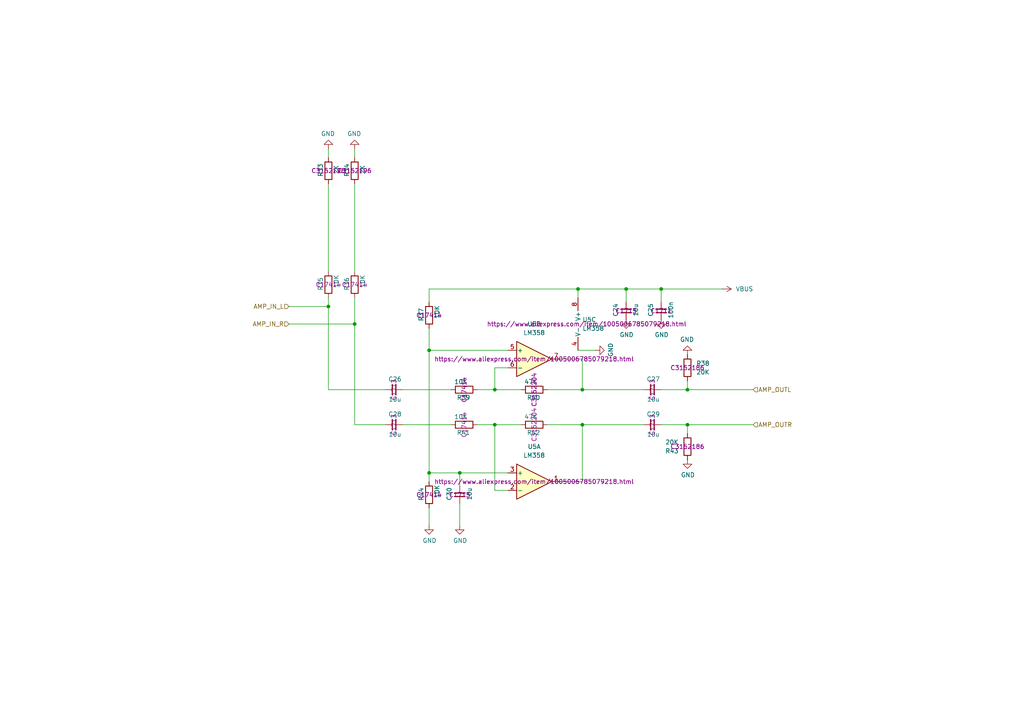
<source format=kicad_sch>
(kicad_sch (version 20250114) (generator "eeschema") (generator_version "9.0")
  (paper "A4")
  (title_block (title "${NAME}") (date "2025-04-24") (rev "${VERSION}") (company "Mikhail Matveev") (comment 1 "https://github.com/xtremespb/frank"))
  (lib_symbols
    (symbol "Amplifier_Operational:LM358" (pin_names (offset 0.127))
      (property "Reference" "U" (at 0 5.08 0))
      (property "Value" "LM358" (at 0 -5.08 0))
      (symbol "LM358_1_1"
        (polyline (pts (xy -5.08 5.08) (xy 5.08 0) (xy -5.08 -5.08) (xy -5.08 5.08)) (stroke (width 0.254)) (fill (type background)))
        (pin input line (at -7.62 2.54 0) (length 2.54) (name "+") (number "3"))
        (pin input line (at -7.62 -2.54 0) (length 2.54) (name "-") (number "2"))
        (pin output line (at 7.62 0 180) (length 2.54) (name "~") (number "1"))
      )
      (symbol "LM358_2_1"
        (polyline (pts (xy -5.08 5.08) (xy 5.08 0) (xy -5.08 -5.08) (xy -5.08 5.08)) (stroke (width 0.254)) (fill (type background)))
        (pin input line (at -7.62 2.54 0) (length 2.54) (name "+") (number "5"))
        (pin input line (at -7.62 -2.54 0) (length 2.54) (name "-") (number "6"))
        (pin output line (at 7.62 0 180) (length 2.54) (name "~") (number "7"))
      )
      (symbol "LM358_3_1"
        (pin power_in line (at -2.54 7.62 270) (length 3.81) (name "V+") (number "8"))
        (pin power_in line (at -2.54 -7.62 90) (length 3.81) (name "V-") (number "4"))
      )
    )
    (symbol "Device:C_Small" (pin_numbers (hide yes)) (pin_names (offset 0.254) (hide yes))
      (property "Reference" "C" (at 0.254 1.778 0))
      (property "Value" "C_Small" (at 0.254 -2.032 0))
      (symbol "C_Small_0_1"
        (polyline (pts (xy -1.524 0.508) (xy 1.524 0.508)) (stroke (width 0.3048)))
        (polyline (pts (xy -1.524 -0.508) (xy 1.524 -0.508)) (stroke (width 0.3302)))
      )
      (symbol "C_Small_1_1"
        (pin passive line (at 0 2.54 270) (length 2.032) (name "~") (number "1"))
        (pin passive line (at 0 -2.54 90) (length 2.032) (name "~") (number "2"))
      )
    )
    (symbol "Device:R" (pin_numbers (hide yes)) (pin_names (offset 0))
      (property "Reference" "R" (at 2.032 0 90))
      (property "Value" "R" (at 0 0 90))
      (symbol "R_0_1"
        (rectangle (start -1.016 -2.54) (end 1.016 2.54) (stroke (width 0.254)))
      )
      (symbol "R_1_1"
        (pin passive line (at 0 3.81 270) (length 1.27) (name "~") (number "1"))
        (pin passive line (at 0 -3.81 90) (length 1.27) (name "~") (number "2"))
      )
    )
    (symbol "GND_1" (power) (pin_numbers (hide yes)) (pin_names (offset 0) (hide yes))
      (property "Value" "GND" (at 0 -3.81 0))
      (symbol "GND_1_0_1"
        (polyline (pts (xy 0 0) (xy 0 -1.27) (xy 1.27 -1.27) (xy 0 -2.54) (xy -1.27 -1.27) (xy 0 -1.27)))
      )
      (symbol "GND_1_1_1"
        (pin power_in line (at 0 0 270) (length 0) (name "~") (number "1"))
      )
    )
    (symbol "power:VBUS" (power) (pin_numbers (hide yes)) (pin_names (offset 0) (hide yes))
      (property "Value" "VBUS" (at 0 3.556 0))
      (symbol "VBUS_0_1"
        (polyline (pts (xy -0.762 1.27) (xy 0 2.54)))
        (polyline (pts (xy 0 2.54) (xy 0.762 1.27)))
        (polyline (pts (xy 0 0) (xy 0 2.54)))
      )
      (symbol "VBUS_1_1"
        (pin power_in line (at 0 0 90) (length 0) (name "~") (number "1"))
      )
    )
  )
  (junction (at 168.91 123.19))
  (junction (at 181.61 83.82))
  (junction (at 167.64 83.82))
  (junction (at 143.51 123.19))
  (junction (at 199.39 123.19))
  (junction (at 95.25 88.9))
  (junction (at 191.77 83.82))
  (junction (at 124.46 137.16))
  (junction (at 143.51 113.03))
  (junction (at 102.87 93.98))
  (junction (at 133.35 137.16))
  (junction (at 124.46 101.6))
  (junction (at 199.39 113.03))
  (junction (at 168.91 113.03))
  (wire (pts (xy 147.32 142.24) (xy 143.51 142.24)))
  (wire (pts (xy 102.87 123.19) (xy 111.76 123.19)))
  (wire (pts (xy 95.25 86.36) (xy 95.25 88.9)))
  (wire (pts (xy 167.64 83.82) (xy 181.61 83.82)))
  (wire (pts (xy 199.39 123.19) (xy 218.44 123.19)))
  (wire (pts (xy 143.51 106.68) (xy 143.51 113.03)))
  (wire (pts (xy 199.39 113.03) (xy 218.44 113.03)))
  (wire (pts (xy 138.43 113.03) (xy 143.51 113.03)))
  (wire (pts (xy 102.87 93.98) (xy 102.87 123.19)))
  (wire (pts (xy 158.75 123.19) (xy 168.91 123.19)))
  (wire (pts (xy 191.77 113.03) (xy 199.39 113.03)))
  (wire (pts (xy 138.43 123.19) (xy 143.51 123.19)))
  (wire (pts (xy 168.91 104.14) (xy 168.91 113.03)))
  (wire (pts (xy 83.82 88.9) (xy 95.25 88.9)))
  (wire (pts (xy 181.61 83.82) (xy 181.61 87.63)))
  (wire (pts (xy 102.87 43.18) (xy 102.87 45.72)))
  (wire (pts (xy 191.77 83.82) (xy 209.55 83.82)))
  (wire (pts (xy 167.64 101.6) (xy 172.72 101.6)))
  (wire (pts (xy 133.35 152.4) (xy 133.35 146.05)))
  (wire (pts (xy 124.46 83.82) (xy 167.64 83.82)))
  (wire (pts (xy 116.84 113.03) (xy 130.81 113.03)))
  (wire (pts (xy 124.46 101.6) (xy 124.46 137.16)))
  (wire (pts (xy 168.91 113.03) (xy 186.69 113.03)))
  (wire (pts (xy 181.61 83.82) (xy 191.77 83.82)))
  (wire (pts (xy 168.91 123.19) (xy 186.69 123.19)))
  (wire (pts (xy 143.51 113.03) (xy 151.13 113.03)))
  (wire (pts (xy 95.25 113.03) (xy 111.76 113.03)))
  (wire (pts (xy 116.84 123.19) (xy 130.81 123.19)))
  (wire (pts (xy 143.51 123.19) (xy 151.13 123.19)))
  (wire (pts (xy 124.46 87.63) (xy 124.46 83.82)))
  (wire (pts (xy 191.77 83.82) (xy 191.77 87.63)))
  (wire (pts (xy 133.35 137.16) (xy 133.35 140.97)))
  (wire (pts (xy 124.46 101.6) (xy 147.32 101.6)))
  (wire (pts (xy 162.56 104.14) (xy 168.91 104.14)))
  (wire (pts (xy 199.39 125.73) (xy 199.39 123.19)))
  (wire (pts (xy 95.25 88.9) (xy 95.25 113.03)))
  (wire (pts (xy 143.51 142.24) (xy 143.51 123.19)))
  (wire (pts (xy 167.64 83.82) (xy 167.64 86.36)))
  (wire (pts (xy 124.46 137.16) (xy 133.35 137.16)))
  (wire (pts (xy 158.75 113.03) (xy 168.91 113.03)))
  (wire (pts (xy 102.87 53.34) (xy 102.87 78.74)))
  (wire (pts (xy 124.46 137.16) (xy 124.46 139.7)))
  (wire (pts (xy 124.46 95.25) (xy 124.46 101.6)))
  (wire (pts (xy 168.91 123.19) (xy 168.91 139.7)))
  (wire (pts (xy 102.87 86.36) (xy 102.87 93.98)))
  (wire (pts (xy 95.25 43.18) (xy 95.25 45.72)))
  (wire (pts (xy 191.77 123.19) (xy 199.39 123.19)))
  (wire (pts (xy 83.82 93.98) (xy 102.87 93.98)))
  (wire (pts (xy 162.56 139.7) (xy 168.91 139.7)))
  (wire (pts (xy 133.35 137.16) (xy 147.32 137.16)))
  (wire (pts (xy 199.39 110.49) (xy 199.39 113.03)))
  (wire (pts (xy 124.46 152.4) (xy 124.46 147.32)))
  (wire (pts (xy 95.25 53.34) (xy 95.25 78.74)))
  (wire (pts (xy 143.51 106.68) (xy 147.32 106.68)))
  (hierarchical_label "AMP_IN_L" (shape input) (at 83.82 88.9 180))
  (hierarchical_label "AMP_OUTR" (shape input) (at 218.44 123.19 0))
  (hierarchical_label "AMP_IN_R" (shape input) (at 83.82 93.98 180))
  (hierarchical_label "AMP_OUTL" (shape input) (at 218.44 113.03 0))
  (symbol (lib_id "Device:R") (at 199.39 129.54 180) (unit 1)
    (property "Reference" "R43" (at 196.85 130.8101 0) (effects (justify left)))
    (property "Value" "20K" (at 196.85 128.2701 0) (effects (justify left)))
    (property "Footprint" "FRANK:Resistor (0805)" (effects (hide yes)))
    (property "Datasheet" "https://www.vishay.com/docs/28952/mcs0402at-mct0603at-mcu0805at-mca1206at.pdf" (effects (hide yes)))
    (property "AliExpress" "https://www.aliexpress.com/item/1005005945735199.html" (effects (hide yes)))
    (property "LCSC" "C3152186" (at 199.39 129.54 0))
  )
  (symbol (lib_id "Device:C_Small") (at 189.23 113.03 90) (unit 1)
    (property "Reference" "C27" (at 189.484 109.982 90))
    (property "Value" "10u" (at 189.484 115.824 90))
    (property "Footprint" "FRANK:Capacitor (0805)" (effects (hide yes)))
    (property "Datasheet" "https://eu.mouser.com/datasheet/2/40/KGM_X7R-3223212.pdf" (effects (hide yes)))
    (property "Description" "Unpolarized capacitor, small symbol" (effects (hide yes)))
    (property "AliExpress" "https://www.aliexpress.com/item/33008008276.html" (effects (hide yes)))
    (property "LCSC" "C1713" (at 189.23 113.03 0))
  )
  (symbol (lib_name "GND_1") (lib_id "power:GND") (at 172.72 101.6 90) (unit 1)
    (property "Reference" "#PWR0104" (effects (hide yes)))
    (property "Value" "GND" (at 177.1142 101.473 0))
    (property "Description" "Power symbol creates a global label with name \"GND\" , ground" (effects (hide yes)))
  )
  (symbol (lib_name "GND_1") (lib_id "power:GND") (at 124.46 152.4 0) (unit 1)
    (property "Reference" "#PWR070" (effects (hide yes)))
    (property "Value" "GND" (at 124.587 156.7942 0))
    (property "Description" "Power symbol creates a global label with name \"GND\" , ground" (effects (hide yes)))
  )
  (symbol (lib_id "Device:R") (at 102.87 82.55 180) (unit 1)
    (property "Reference" "R36" (at 100.584 84.328 90) (effects (justify right)))
    (property "Value" "10K" (at 105.156 83.566 90) (effects (justify right)))
    (property "Footprint" "FRANK:Resistor (0805)" (effects (hide yes)))
    (property "Datasheet" "https://www.vishay.com/docs/28952/mcs0402at-mct0603at-mcu0805at-mca1206at.pdf" (effects (hide yes)))
    (property "AliExpress" "https://www.aliexpress.com/item/1005005945735199.html" (effects (hide yes)))
    (property "LCSC" "C17414" (at 102.87 82.55 0))
  )
  (symbol (lib_name "GND_1") (lib_id "power:GND") (at 95.25 43.18 180) (unit 1)
    (property "Reference" "#PWR062" (effects (hide yes)))
    (property "Value" "GND" (at 95.123 38.7858 0))
    (property "Description" "Power symbol creates a global label with name \"GND\" , ground" (effects (hide yes)))
  )
  (symbol (lib_name "GND_1") (lib_id "power:GND") (at 102.87 43.18 180) (unit 1)
    (property "Reference" "#PWR0105" (effects (hide yes)))
    (property "Value" "GND" (at 102.743 38.7858 0))
    (property "Description" "Power symbol creates a global label with name \"GND\" , ground" (effects (hide yes)))
  )
  (symbol (lib_id "Device:R") (at 134.62 113.03 270) (unit 1)
    (property "Reference" "R39" (at 136.398 115.316 90) (effects (justify right)))
    (property "Value" "10K" (at 135.636 110.744 90) (effects (justify right)))
    (property "Footprint" "FRANK:Resistor (0805)" (effects (hide yes)))
    (property "Datasheet" "https://www.vishay.com/docs/28952/mcs0402at-mct0603at-mcu0805at-mca1206at.pdf" (effects (hide yes)))
    (property "AliExpress" "https://www.aliexpress.com/item/1005005945735199.html" (effects (hide yes)))
    (property "LCSC" "C17414" (at 134.62 113.03 0))
  )
  (symbol (lib_id "Device:R") (at 95.25 49.53 180) (unit 1)
    (property "Reference" "R33" (at 92.964 51.308 90) (effects (justify right)))
    (property "Value" "2K" (at 97.536 50.546 90) (effects (justify right)))
    (property "Footprint" "FRANK:Resistor (0805)" (effects (hide yes)))
    (property "Datasheet" "https://www.vishay.com/docs/28952/mcs0402at-mct0603at-mcu0805at-mca1206at.pdf" (effects (hide yes)))
    (property "AliExpress" "https://www.aliexpress.com/item/1005005945735199.html" (effects (hide yes)))
    (property "LCSC" "C3152196" (at 95.25 49.53 0))
  )
  (symbol (lib_id "Device:R") (at 154.94 113.03 270) (unit 1)
    (property "Reference" "R40" (at 156.718 115.316 90) (effects (justify right)))
    (property "Value" "47K" (at 155.956 110.744 90) (effects (justify right)))
    (property "Footprint" "FRANK:Resistor (0805)" (effects (hide yes)))
    (property "Datasheet" "https://www.vishay.com/docs/28952/mcs0402at-mct0603at-mcu0805at-mca1206at.pdf" (effects (hide yes)))
    (property "AliExpress" "https://www.aliexpress.com/item/1005005945735199.html" (effects (hide yes)))
    (property "LCSC" "C3152204" (at 154.94 113.03 0))
  )
  (symbol (lib_id "Amplifier_Operational:LM358") (at 170.18 93.98 0) (unit 3)
    (property "Reference" "U5" (at 168.91 92.7099 0) (effects (justify left)))
    (property "Value" "LM358" (at 168.91 95.2499 0) (effects (justify left)))
    (property "Footprint" "FRANK:SO-8" (effects (hide yes)))
    (property "Datasheet" "http://www.ti.com/lit/ds/symlink/lm2904-n.pdf" (effects (hide yes)))
    (property "Description" "Low-Power, Dual Operational Amplifiers, DIP-8/SOIC-8/TO-99-8" (effects (hide yes)))
    (property "AliExpress" "https://www.aliexpress.com/item/1005006785079218.html" (at 170.18 93.98 0))
  )
  (symbol (lib_id "Device:C_Small") (at 114.3 123.19 90) (unit 1)
    (property "Reference" "C28" (at 114.554 120.142 90))
    (property "Value" "10u" (at 114.554 125.984 90))
    (property "Footprint" "FRANK:Capacitor (0805)" (effects (hide yes)))
    (property "Datasheet" "https://eu.mouser.com/datasheet/2/40/KGM_X7R-3223212.pdf" (effects (hide yes)))
    (property "Description" "Unpolarized capacitor, small symbol" (effects (hide yes)))
    (property "AliExpress" "https://www.aliexpress.com/item/33008008276.html" (effects (hide yes)))
    (property "LCSC" "C1713" (at 114.3 123.19 0))
  )
  (symbol (lib_id "Amplifier_Operational:LM358") (at 154.94 104.14 0) (unit 2)
    (property "Reference" "U5" (at 154.94 93.98 0))
    (property "Value" "LM358" (at 154.94 96.52 0))
    (property "Footprint" "FRANK:SO-8" (effects (hide yes)))
    (property "Datasheet" "http://www.ti.com/lit/ds/symlink/lm2904-n.pdf" (effects (hide yes)))
    (property "Description" "Low-Power, Dual Operational Amplifiers, DIP-8/SOIC-8/TO-99-8" (effects (hide yes)))
    (property "AliExpress" "https://www.aliexpress.com/item/1005006785079218.html" (at 154.94 104.14 0))
  )
  (symbol (lib_id "Device:C_Small") (at 189.23 123.19 90) (unit 1)
    (property "Reference" "C29" (at 189.484 120.142 90))
    (property "Value" "10u" (at 189.484 125.984 90))
    (property "Footprint" "FRANK:Capacitor (0805)" (effects (hide yes)))
    (property "Datasheet" "https://eu.mouser.com/datasheet/2/40/KGM_X7R-3223212.pdf" (effects (hide yes)))
    (property "Description" "Unpolarized capacitor, small symbol" (effects (hide yes)))
    (property "AliExpress" "https://www.aliexpress.com/item/33008008276.html" (effects (hide yes)))
    (property "LCSC" "C1713" (at 189.23 123.19 0))
  )
  (symbol (lib_id "Device:C_Small") (at 133.35 143.51 180) (unit 1)
    (property "Reference" "C30" (at 130.302 143.256 90))
    (property "Value" "10u" (at 136.144 143.256 90))
    (property "Footprint" "FRANK:Capacitor (0805)" (effects (hide yes)))
    (property "Datasheet" "https://eu.mouser.com/datasheet/2/40/KGM_X7R-3223212.pdf" (effects (hide yes)))
    (property "Description" "Unpolarized capacitor, small symbol" (effects (hide yes)))
    (property "AliExpress" "https://www.aliexpress.com/item/33008008276.html" (effects (hide yes)))
    (property "LCSC" "C1713" (at 133.35 143.51 0))
  )
  (symbol (lib_name "GND_1") (lib_id "power:GND") (at 199.39 133.35 0) (unit 1)
    (property "Reference" "#PWR069" (effects (hide yes)))
    (property "Value" "GND" (at 199.517 137.7442 0))
    (property "Description" "Power symbol creates a global label with name \"GND\" , ground" (effects (hide yes)))
  )
  (symbol (lib_id "Device:R") (at 124.46 143.51 180) (unit 1)
    (property "Reference" "R44" (at 122.174 145.288 90) (effects (justify right)))
    (property "Value" "10K" (at 126.746 144.526 90) (effects (justify right)))
    (property "Footprint" "FRANK:Resistor (0805)" (effects (hide yes)))
    (property "Datasheet" "https://www.vishay.com/docs/28952/mcs0402at-mct0603at-mcu0805at-mca1206at.pdf" (effects (hide yes)))
    (property "AliExpress" "https://www.aliexpress.com/item/1005005945735199.html" (effects (hide yes)))
    (property "LCSC" "C17414" (at 124.46 143.51 0))
  )
  (symbol (lib_name "GND_1") (lib_id "power:GND") (at 199.39 102.87 180) (unit 1)
    (property "Reference" "#PWR068" (effects (hide yes)))
    (property "Value" "GND" (at 199.263 98.4758 0))
    (property "Description" "Power symbol creates a global label with name \"GND\" , ground" (effects (hide yes)))
  )
  (symbol (lib_id "Device:R") (at 154.94 123.19 270) (unit 1)
    (property "Reference" "R42" (at 156.718 125.476 90) (effects (justify right)))
    (property "Value" "47K" (at 155.956 120.904 90) (effects (justify right)))
    (property "Footprint" "FRANK:Resistor (0805)" (effects (hide yes)))
    (property "Datasheet" "https://www.vishay.com/docs/28952/mcs0402at-mct0603at-mcu0805at-mca1206at.pdf" (effects (hide yes)))
    (property "AliExpress" "https://www.aliexpress.com/item/1005005945735199.html" (effects (hide yes)))
    (property "LCSC" "C3152204" (at 154.94 123.19 0))
  )
  (symbol (lib_name "GND_1") (lib_id "power:GND") (at 133.35 152.4 0) (unit 1)
    (property "Reference" "#PWR071" (effects (hide yes)))
    (property "Value" "GND" (at 133.477 156.7942 0))
    (property "Description" "Power symbol creates a global label with name \"GND\" , ground" (effects (hide yes)))
  )
  (symbol (lib_id "Device:R") (at 134.62 123.19 270) (unit 1)
    (property "Reference" "R41" (at 136.398 125.476 90) (effects (justify right)))
    (property "Value" "10K" (at 135.636 120.904 90) (effects (justify right)))
    (property "Footprint" "FRANK:Resistor (0805)" (effects (hide yes)))
    (property "Datasheet" "https://www.vishay.com/docs/28952/mcs0402at-mct0603at-mcu0805at-mca1206at.pdf" (effects (hide yes)))
    (property "AliExpress" "https://www.aliexpress.com/item/1005005945735199.html" (effects (hide yes)))
    (property "LCSC" "C17414" (at 134.62 123.19 0))
  )
  (symbol (lib_id "Amplifier_Operational:LM358") (at 154.94 139.7 0) (unit 1)
    (property "Reference" "U5" (at 154.94 129.54 0))
    (property "Value" "LM358" (at 154.94 132.08 0))
    (property "Footprint" "FRANK:SO-8" (effects (hide yes)))
    (property "Datasheet" "http://www.ti.com/lit/ds/symlink/lm2904-n.pdf" (effects (hide yes)))
    (property "Description" "Low-Power, Dual Operational Amplifiers, DIP-8/SOIC-8/TO-99-8" (effects (hide yes)))
    (property "AliExpress" "https://www.aliexpress.com/item/1005006785079218.html" (at 154.94 139.7 0))
  )
  (symbol (lib_name "GND_1") (lib_id "power:GND") (at 181.61 92.71 0) (unit 1)
    (property "Reference" "#PWR0103" (effects (hide yes)))
    (property "Value" "GND" (at 181.737 97.1042 0))
    (property "Description" "Power symbol creates a global label with name \"GND\" , ground" (effects (hide yes)))
  )
  (symbol (lib_id "Device:R") (at 199.39 106.68 0) (unit 1)
    (property "Reference" "R38" (at 201.93 105.4099 0) (effects (justify left)))
    (property "Value" "20K" (at 201.93 107.9499 0) (effects (justify left)))
    (property "Footprint" "FRANK:Resistor (0805)" (effects (hide yes)))
    (property "Datasheet" "https://www.vishay.com/docs/28952/mcs0402at-mct0603at-mcu0805at-mca1206at.pdf" (effects (hide yes)))
    (property "AliExpress" "https://www.aliexpress.com/item/1005005945735199.html" (effects (hide yes)))
    (property "LCSC" "C3152186" (at 199.39 106.68 0))
  )
  (symbol (lib_id "Device:R") (at 95.25 82.55 180) (unit 1)
    (property "Reference" "R35" (at 92.964 84.328 90) (effects (justify right)))
    (property "Value" "10K" (at 97.536 83.566 90) (effects (justify right)))
    (property "Footprint" "FRANK:Resistor (0805)" (effects (hide yes)))
    (property "Datasheet" "https://www.vishay.com/docs/28952/mcs0402at-mct0603at-mcu0805at-mca1206at.pdf" (effects (hide yes)))
    (property "AliExpress" "https://www.aliexpress.com/item/1005005945735199.html" (effects (hide yes)))
    (property "LCSC" "C17414" (at 95.25 82.55 0))
  )
  (symbol (lib_id "power:VBUS") (at 209.55 83.82 270) (unit 1)
    (property "Reference" "#PWR0102" (effects (hide yes)))
    (property "Value" "VBUS" (at 213.36 83.8199 90) (effects (justify left)))
    (property "Description" "Power symbol creates a global label with name \"VBUS\"" (effects (hide yes)))
  )
  (symbol (lib_id "Device:C_Small") (at 191.77 90.17 180) (unit 1)
    (property "Reference" "C25" (at 188.722 89.916 90))
    (property "Value" "100n" (at 194.564 89.916 90))
    (property "Footprint" "FRANK:Capacitor (0805)" (effects (hide yes)))
    (property "Datasheet" "https://eu.mouser.com/datasheet/2/40/KGM_X7R-3223212.pdf" (effects (hide yes)))
    (property "Description" "Unpolarized capacitor, small symbol" (effects (hide yes)))
    (property "AliExpress" "https://www.aliexpress.com/item/33008008276.html" (effects (hide yes)))
    (property "LCSC" "C1711" (at 191.77 90.17 0))
  )
  (symbol (lib_name "GND_1") (lib_id "power:GND") (at 191.77 92.71 0) (unit 1)
    (property "Reference" "#PWR0101" (effects (hide yes)))
    (property "Value" "GND" (at 191.897 97.1042 0))
    (property "Description" "Power symbol creates a global label with name \"GND\" , ground" (effects (hide yes)))
  )
  (symbol (lib_id "Device:C_Small") (at 114.3 113.03 90) (unit 1)
    (property "Reference" "C26" (at 114.554 109.982 90))
    (property "Value" "10u" (at 114.554 115.824 90))
    (property "Footprint" "FRANK:Capacitor (0805)" (effects (hide yes)))
    (property "Datasheet" "https://eu.mouser.com/datasheet/2/40/KGM_X7R-3223212.pdf" (effects (hide yes)))
    (property "Description" "Unpolarized capacitor, small symbol" (effects (hide yes)))
    (property "AliExpress" "https://www.aliexpress.com/item/33008008276.html" (effects (hide yes)))
    (property "LCSC" "C1713" (at 114.3 113.03 0))
  )
  (symbol (lib_id "Device:R") (at 124.46 91.44 180) (unit 1)
    (property "Reference" "R37" (at 122.174 93.218 90) (effects (justify right)))
    (property "Value" "10K" (at 126.746 92.456 90) (effects (justify right)))
    (property "Footprint" "FRANK:Resistor (0805)" (effects (hide yes)))
    (property "Datasheet" "https://www.vishay.com/docs/28952/mcs0402at-mct0603at-mcu0805at-mca1206at.pdf" (effects (hide yes)))
    (property "AliExpress" "https://www.aliexpress.com/item/1005005945735199.html" (effects (hide yes)))
    (property "LCSC" "C17414" (at 124.46 91.44 0))
  )
  (symbol (lib_id "Device:C_Small") (at 181.61 90.17 180) (unit 1)
    (property "Reference" "C24" (at 178.562 89.916 90))
    (property "Value" "10u" (at 184.404 89.916 90))
    (property "Footprint" "FRANK:Capacitor (0805)" (effects (hide yes)))
    (property "Datasheet" "https://eu.mouser.com/datasheet/2/40/KGM_X7R-3223212.pdf" (effects (hide yes)))
    (property "Description" "Unpolarized capacitor, small symbol" (effects (hide yes)))
    (property "AliExpress" "https://www.aliexpress.com/item/33008008276.html" (effects (hide yes)))
    (property "LCSC" "C1713" (at 181.61 90.17 0))
  )
  (symbol (lib_id "Device:R") (at 102.87 49.53 180) (unit 1)
    (property "Reference" "R34" (at 100.584 51.308 90) (effects (justify right)))
    (property "Value" "2K" (at 105.156 50.546 90) (effects (justify right)))
    (property "Footprint" "FRANK:Resistor (0805)" (effects (hide yes)))
    (property "Datasheet" "https://www.vishay.com/docs/28952/mcs0402at-mct0603at-mcu0805at-mca1206at.pdf" (effects (hide yes)))
    (property "AliExpress" "https://www.aliexpress.com/item/1005005945735199.html" (effects (hide yes)))
    (property "LCSC" "C3152196" (at 102.87 49.53 0))
  )
)
</source>
